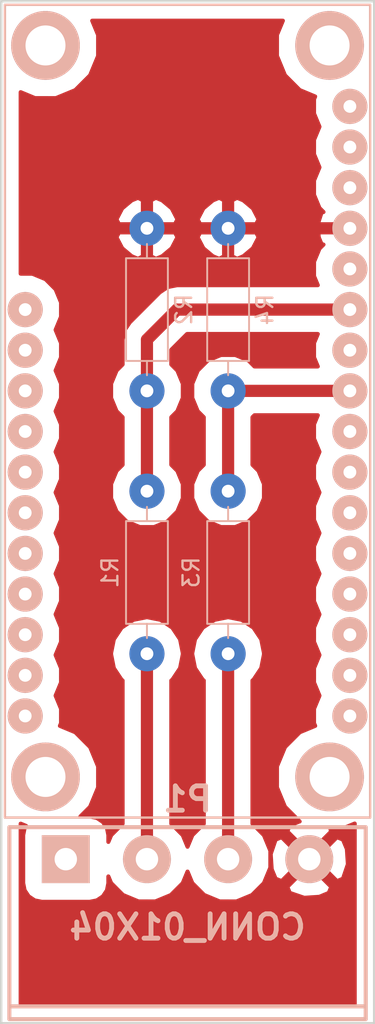
<source format=kicad_pcb>
(kicad_pcb (version 4) (host pcbnew "(2016-02-29 BZR 6601, Git bd80063)-product")

  (general
    (links 9)
    (no_connects 0)
    (area 137.262799 79.299999 160.755401 143.331001)
    (thickness 1.6)
    (drawings 4)
    (tracks 10)
    (zones 0)
    (modules 6)
    (nets 31)
  )

  (page A4)
  (layers
    (0 F.Cu signal)
    (31 B.Cu signal)
    (32 B.Adhes user)
    (33 F.Adhes user)
    (34 B.Paste user)
    (35 F.Paste user)
    (36 B.SilkS user)
    (37 F.SilkS user)
    (38 B.Mask user)
    (39 F.Mask user)
    (40 Dwgs.User user)
    (41 Cmts.User user)
    (42 Eco1.User user)
    (43 Eco2.User user)
    (44 Edge.Cuts user)
    (45 Margin user)
    (46 B.CrtYd user)
    (47 F.CrtYd user)
    (48 B.Fab user)
    (49 F.Fab user)
  )

  (setup
    (last_trace_width 0.762)
    (user_trace_width 0.381)
    (user_trace_width 0.508)
    (user_trace_width 0.762)
    (user_trace_width 1.016)
    (trace_clearance 0.2)
    (zone_clearance 1.016)
    (zone_45_only no)
    (trace_min 0.2)
    (segment_width 0.2)
    (edge_width 0.15)
    (via_size 0.6)
    (via_drill 0.4)
    (via_min_size 0.4)
    (via_min_drill 0.3)
    (uvia_size 0.3)
    (uvia_drill 0.1)
    (uvias_allowed no)
    (uvia_min_size 0.2)
    (uvia_min_drill 0.1)
    (pcb_text_width 0.3)
    (pcb_text_size 1.5 1.5)
    (mod_edge_width 0.15)
    (mod_text_size 1 1)
    (mod_text_width 0.15)
    (pad_size 4.3 4.3)
    (pad_drill 2.5)
    (pad_to_mask_clearance 0.2)
    (aux_axis_origin 0 0)
    (visible_elements FFFFFF7F)
    (pcbplotparams
      (layerselection 0x00030_ffffffff)
      (usegerberextensions false)
      (excludeedgelayer true)
      (linewidth 0.100000)
      (plotframeref false)
      (viasonmask false)
      (mode 1)
      (useauxorigin false)
      (hpglpennumber 1)
      (hpglpenspeed 20)
      (hpglpendiameter 15)
      (psnegative false)
      (psa4output false)
      (plotreference true)
      (plotvalue true)
      (plotinvisibletext false)
      (padsonsilk false)
      (subtractmaskfromsilk false)
      (outputformat 1)
      (mirror false)
      (drillshape 1)
      (scaleselection 1)
      (outputdirectory ""))
  )

  (net 0 "")
  (net 1 "Net-(P1-Pad1)")
  (net 2 SIG_YELLOW)
  (net 3 GND)
  (net 4 SIG_BLUE)
  (net 5 INPUT_YELLOW)
  (net 6 INPUT_BLUE)
  (net 7 "Net-(U1-Pad7)")
  (net 8 "Net-(U1-Pad3)")
  (net 9 "Net-(U1-Pad5)")
  (net 10 "Net-(U1-Pad2)")
  (net 11 "Net-(U1-Pad1)")
  (net 12 "Net-(U1-Pad9)")
  (net 13 "Net-(U1-Pad10)")
  (net 14 "Net-(U1-Pad11)")
  (net 15 "Net-(U1-Pad12)")
  (net 16 "Net-(U1-Pad13)")
  (net 17 "Net-(U1-Pad14)")
  (net 18 "Net-(U1-Pad15)")
  (net 19 "Net-(U1-Pad16)")
  (net 20 "Net-(U1-Pad17)")
  (net 21 "Net-(U1-Pad18)")
  (net 22 "Net-(U1-Pad19)")
  (net 23 "Net-(U1-Pad20)")
  (net 24 "Net-(U1-Pad21)")
  (net 25 "Net-(U1-Pad22)")
  (net 26 "Net-(U1-Pad23)")
  (net 27 "Net-(U1-Pad24)")
  (net 28 "Net-(U1-Pad25)")
  (net 29 "Net-(U1-Pad26)")
  (net 30 "Net-(U1-Pad27)")

  (net_class Default "This is the default net class."
    (clearance 0.2)
    (trace_width 0.25)
    (via_dia 0.6)
    (via_drill 0.4)
    (uvia_dia 0.3)
    (uvia_drill 0.1)
    (add_net GND)
    (add_net INPUT_BLUE)
    (add_net INPUT_YELLOW)
    (add_net "Net-(P1-Pad1)")
    (add_net "Net-(U1-Pad1)")
    (add_net "Net-(U1-Pad10)")
    (add_net "Net-(U1-Pad11)")
    (add_net "Net-(U1-Pad12)")
    (add_net "Net-(U1-Pad13)")
    (add_net "Net-(U1-Pad14)")
    (add_net "Net-(U1-Pad15)")
    (add_net "Net-(U1-Pad16)")
    (add_net "Net-(U1-Pad17)")
    (add_net "Net-(U1-Pad18)")
    (add_net "Net-(U1-Pad19)")
    (add_net "Net-(U1-Pad2)")
    (add_net "Net-(U1-Pad20)")
    (add_net "Net-(U1-Pad21)")
    (add_net "Net-(U1-Pad22)")
    (add_net "Net-(U1-Pad23)")
    (add_net "Net-(U1-Pad24)")
    (add_net "Net-(U1-Pad25)")
    (add_net "Net-(U1-Pad26)")
    (add_net "Net-(U1-Pad27)")
    (add_net "Net-(U1-Pad3)")
    (add_net "Net-(U1-Pad5)")
    (add_net "Net-(U1-Pad7)")
    (add_net "Net-(U1-Pad9)")
    (add_net SIG_BLUE)
    (add_net SIG_YELLOW)
  )

  (module w_conn_screw:mstba_2,5%2f4-g-5,08 (layer B.Cu) (tedit 0) (tstamp 5949BB4E)
    (at 149 133)
    (descr "Terminal block 2 pins, Phoenix MSTBA 2,5/4-G-5,08")
    (path /5949C02D)
    (fp_text reference P1 (at 0 -3.74904) (layer B.SilkS)
      (effects (font (thickness 0.3048)) (justify mirror))
    )
    (fp_text value CONN_01X04 (at 0 4.24942) (layer B.SilkS)
      (effects (font (thickness 0.3048)) (justify mirror))
    )
    (fp_line (start 11.1506 9.99998) (end -11.1506 9.99998) (layer B.SilkS) (width 0.254))
    (fp_line (start -11.1506 9.19988) (end 11.1506 9.19988) (layer B.SilkS) (width 0.254))
    (fp_line (start -11.1506 -1.99898) (end 11.1506 -1.99898) (layer B.SilkS) (width 0.254))
    (fp_line (start -11.1506 -1.99898) (end -11.1506 9.99998) (layer B.SilkS) (width 0.254))
    (fp_line (start 11.1506 -1.99898) (end 11.1506 9.99998) (layer B.SilkS) (width 0.254))
    (pad 1 thru_hole rect (at -7.62 0) (size 2.99974 2.99974) (drill 1.39954) (layers *.Cu *.Mask B.SilkS)
      (net 1 "Net-(P1-Pad1)"))
    (pad 2 thru_hole circle (at -2.54 0) (size 2.99974 2.99974) (drill 1.39954) (layers *.Cu *.Mask B.SilkS)
      (net 2 SIG_YELLOW))
    (pad 4 thru_hole circle (at 7.62 0) (size 2.99974 2.99974) (drill 1.39954) (layers *.Cu *.Mask B.SilkS)
      (net 3 GND))
    (pad 3 thru_hole circle (at 2.54 0) (size 2.99974 2.99974) (drill 1.39954) (layers *.Cu *.Mask B.SilkS)
      (net 4 SIG_BLUE))
    (model walter/conn_screw/mstba_2,5-4-g-5,08.wrl
      (at (xyz 0 0 0))
      (scale (xyz 1 1 1))
      (rotate (xyz 0 0 0))
    )
  )

  (module Resistors_ThroughHole:R_Axial_DIN0207_L6.3mm_D2.5mm_P10.16mm_Horizontal (layer B.Cu) (tedit 5949D129) (tstamp 5949BB64)
    (at 146.46 110 270)
    (descr "Resistor, Axial_DIN0207 series, Axial, Horizontal, pin pitch=10.16mm, 0.25W = 1/4W, length*diameter=6.3*2.5mm^2, http://cdn-reichelt.de/documents/datenblatt/B400/1_4W%23YAG.pdf")
    (tags "Resistor Axial_DIN0207 series Axial Horizontal pin pitch 10.16mm 0.25W = 1/4W length 6.3mm diameter 2.5mm")
    (path /59489725)
    (fp_text reference R1 (at 5.08 2.31 270) (layer B.SilkS)
      (effects (font (size 1 1) (thickness 0.15)) (justify mirror))
    )
    (fp_text value R (at 5.08 -2.31 270) (layer B.Fab)
      (effects (font (size 1 1) (thickness 0.15)) (justify mirror))
    )
    (fp_line (start 1.93 1.25) (end 1.93 -1.25) (layer B.Fab) (width 0.1))
    (fp_line (start 1.93 -1.25) (end 8.23 -1.25) (layer B.Fab) (width 0.1))
    (fp_line (start 8.23 -1.25) (end 8.23 1.25) (layer B.Fab) (width 0.1))
    (fp_line (start 8.23 1.25) (end 1.93 1.25) (layer B.Fab) (width 0.1))
    (fp_line (start 0 0) (end 1.93 0) (layer B.Fab) (width 0.1))
    (fp_line (start 10.16 0) (end 8.23 0) (layer B.Fab) (width 0.1))
    (fp_line (start 1.87 1.31) (end 1.87 -1.31) (layer B.SilkS) (width 0.12))
    (fp_line (start 1.87 -1.31) (end 8.29 -1.31) (layer B.SilkS) (width 0.12))
    (fp_line (start 8.29 -1.31) (end 8.29 1.31) (layer B.SilkS) (width 0.12))
    (fp_line (start 8.29 1.31) (end 1.87 1.31) (layer B.SilkS) (width 0.12))
    (fp_line (start 0.98 0) (end 1.87 0) (layer B.SilkS) (width 0.12))
    (fp_line (start 9.18 0) (end 8.29 0) (layer B.SilkS) (width 0.12))
    (fp_line (start -1.05 1.6) (end -1.05 -1.6) (layer B.CrtYd) (width 0.05))
    (fp_line (start -1.05 -1.6) (end 11.25 -1.6) (layer B.CrtYd) (width 0.05))
    (fp_line (start 11.25 -1.6) (end 11.25 1.6) (layer B.CrtYd) (width 0.05))
    (fp_line (start 11.25 1.6) (end -1.05 1.6) (layer B.CrtYd) (width 0.05))
    (pad 1 thru_hole circle (at 0 0 270) (size 2.2 2.2) (drill 0.8) (layers *.Cu *.Mask)
      (net 5 INPUT_YELLOW))
    (pad 2 thru_hole oval (at 10.16 0 270) (size 2.2 2.2) (drill 0.8) (layers *.Cu *.Mask)
      (net 2 SIG_YELLOW))
    (model Resistors_THT.3dshapes/R_Axial_DIN0207_L6.3mm_D2.5mm_P10.16mm_Horizontal.wrl
      (at (xyz 0 0 0))
      (scale (xyz 0.393701 0.393701 0.393701))
      (rotate (xyz 0 0 0))
    )
  )

  (module Resistors_ThroughHole:R_Axial_DIN0207_L6.3mm_D2.5mm_P10.16mm_Horizontal (layer B.Cu) (tedit 5949D11F) (tstamp 5949BB7A)
    (at 146.46 103.73 90)
    (descr "Resistor, Axial_DIN0207 series, Axial, Horizontal, pin pitch=10.16mm, 0.25W = 1/4W, length*diameter=6.3*2.5mm^2, http://cdn-reichelt.de/documents/datenblatt/B400/1_4W%23YAG.pdf")
    (tags "Resistor Axial_DIN0207 series Axial Horizontal pin pitch 10.16mm 0.25W = 1/4W length 6.3mm diameter 2.5mm")
    (path /594897A1)
    (fp_text reference R2 (at 5.08 2.31 90) (layer B.SilkS)
      (effects (font (size 1 1) (thickness 0.15)) (justify mirror))
    )
    (fp_text value R (at 5.08 -2.31 90) (layer B.Fab)
      (effects (font (size 1 1) (thickness 0.15)) (justify mirror))
    )
    (fp_line (start 1.93 1.25) (end 1.93 -1.25) (layer B.Fab) (width 0.1))
    (fp_line (start 1.93 -1.25) (end 8.23 -1.25) (layer B.Fab) (width 0.1))
    (fp_line (start 8.23 -1.25) (end 8.23 1.25) (layer B.Fab) (width 0.1))
    (fp_line (start 8.23 1.25) (end 1.93 1.25) (layer B.Fab) (width 0.1))
    (fp_line (start 0 0) (end 1.93 0) (layer B.Fab) (width 0.1))
    (fp_line (start 10.16 0) (end 8.23 0) (layer B.Fab) (width 0.1))
    (fp_line (start 1.87 1.31) (end 1.87 -1.31) (layer B.SilkS) (width 0.12))
    (fp_line (start 1.87 -1.31) (end 8.29 -1.31) (layer B.SilkS) (width 0.12))
    (fp_line (start 8.29 -1.31) (end 8.29 1.31) (layer B.SilkS) (width 0.12))
    (fp_line (start 8.29 1.31) (end 1.87 1.31) (layer B.SilkS) (width 0.12))
    (fp_line (start 0.98 0) (end 1.87 0) (layer B.SilkS) (width 0.12))
    (fp_line (start 9.18 0) (end 8.29 0) (layer B.SilkS) (width 0.12))
    (fp_line (start -1.05 1.6) (end -1.05 -1.6) (layer B.CrtYd) (width 0.05))
    (fp_line (start -1.05 -1.6) (end 11.25 -1.6) (layer B.CrtYd) (width 0.05))
    (fp_line (start 11.25 -1.6) (end 11.25 1.6) (layer B.CrtYd) (width 0.05))
    (fp_line (start 11.25 1.6) (end -1.05 1.6) (layer B.CrtYd) (width 0.05))
    (pad 1 thru_hole circle (at 0 0 90) (size 2.2 2.2) (drill 0.8) (layers *.Cu *.Mask)
      (net 5 INPUT_YELLOW))
    (pad 2 thru_hole oval (at 10.16 0 90) (size 2.2 2.2) (drill 0.8) (layers *.Cu *.Mask)
      (net 3 GND))
    (model Resistors_THT.3dshapes/R_Axial_DIN0207_L6.3mm_D2.5mm_P10.16mm_Horizontal.wrl
      (at (xyz 0 0 0))
      (scale (xyz 0.393701 0.393701 0.393701))
      (rotate (xyz 0 0 0))
    )
  )

  (module Resistors_ThroughHole:R_Axial_DIN0207_L6.3mm_D2.5mm_P10.16mm_Horizontal (layer B.Cu) (tedit 5949D132) (tstamp 5949BB90)
    (at 151.54 110 270)
    (descr "Resistor, Axial_DIN0207 series, Axial, Horizontal, pin pitch=10.16mm, 0.25W = 1/4W, length*diameter=6.3*2.5mm^2, http://cdn-reichelt.de/documents/datenblatt/B400/1_4W%23YAG.pdf")
    (tags "Resistor Axial_DIN0207 series Axial Horizontal pin pitch 10.16mm 0.25W = 1/4W length 6.3mm diameter 2.5mm")
    (path /5949BBA9)
    (fp_text reference R3 (at 5.08 2.31 270) (layer B.SilkS)
      (effects (font (size 1 1) (thickness 0.15)) (justify mirror))
    )
    (fp_text value R (at 5.08 -2.31 270) (layer B.Fab)
      (effects (font (size 1 1) (thickness 0.15)) (justify mirror))
    )
    (fp_line (start 1.93 1.25) (end 1.93 -1.25) (layer B.Fab) (width 0.1))
    (fp_line (start 1.93 -1.25) (end 8.23 -1.25) (layer B.Fab) (width 0.1))
    (fp_line (start 8.23 -1.25) (end 8.23 1.25) (layer B.Fab) (width 0.1))
    (fp_line (start 8.23 1.25) (end 1.93 1.25) (layer B.Fab) (width 0.1))
    (fp_line (start 0 0) (end 1.93 0) (layer B.Fab) (width 0.1))
    (fp_line (start 10.16 0) (end 8.23 0) (layer B.Fab) (width 0.1))
    (fp_line (start 1.87 1.31) (end 1.87 -1.31) (layer B.SilkS) (width 0.12))
    (fp_line (start 1.87 -1.31) (end 8.29 -1.31) (layer B.SilkS) (width 0.12))
    (fp_line (start 8.29 -1.31) (end 8.29 1.31) (layer B.SilkS) (width 0.12))
    (fp_line (start 8.29 1.31) (end 1.87 1.31) (layer B.SilkS) (width 0.12))
    (fp_line (start 0.98 0) (end 1.87 0) (layer B.SilkS) (width 0.12))
    (fp_line (start 9.18 0) (end 8.29 0) (layer B.SilkS) (width 0.12))
    (fp_line (start -1.05 1.6) (end -1.05 -1.6) (layer B.CrtYd) (width 0.05))
    (fp_line (start -1.05 -1.6) (end 11.25 -1.6) (layer B.CrtYd) (width 0.05))
    (fp_line (start 11.25 -1.6) (end 11.25 1.6) (layer B.CrtYd) (width 0.05))
    (fp_line (start 11.25 1.6) (end -1.05 1.6) (layer B.CrtYd) (width 0.05))
    (pad 1 thru_hole circle (at 0 0 270) (size 2.2 2.2) (drill 0.8) (layers *.Cu *.Mask)
      (net 6 INPUT_BLUE))
    (pad 2 thru_hole oval (at 10.16 0 270) (size 2.2 2.2) (drill 0.8) (layers *.Cu *.Mask)
      (net 4 SIG_BLUE))
    (model Resistors_THT.3dshapes/R_Axial_DIN0207_L6.3mm_D2.5mm_P10.16mm_Horizontal.wrl
      (at (xyz 0 0 0))
      (scale (xyz 0.393701 0.393701 0.393701))
      (rotate (xyz 0 0 0))
    )
  )

  (module Resistors_ThroughHole:R_Axial_DIN0207_L6.3mm_D2.5mm_P10.16mm_Horizontal (layer B.Cu) (tedit 5949D13D) (tstamp 5949BBA6)
    (at 151.54 103.73 90)
    (descr "Resistor, Axial_DIN0207 series, Axial, Horizontal, pin pitch=10.16mm, 0.25W = 1/4W, length*diameter=6.3*2.5mm^2, http://cdn-reichelt.de/documents/datenblatt/B400/1_4W%23YAG.pdf")
    (tags "Resistor Axial_DIN0207 series Axial Horizontal pin pitch 10.16mm 0.25W = 1/4W length 6.3mm diameter 2.5mm")
    (path /5949BBAF)
    (fp_text reference R4 (at 5.08 2.31 90) (layer B.SilkS)
      (effects (font (size 1 1) (thickness 0.15)) (justify mirror))
    )
    (fp_text value R (at 5.08 -2.31 90) (layer B.Fab)
      (effects (font (size 1 1) (thickness 0.15)) (justify mirror))
    )
    (fp_line (start 1.93 1.25) (end 1.93 -1.25) (layer B.Fab) (width 0.1))
    (fp_line (start 1.93 -1.25) (end 8.23 -1.25) (layer B.Fab) (width 0.1))
    (fp_line (start 8.23 -1.25) (end 8.23 1.25) (layer B.Fab) (width 0.1))
    (fp_line (start 8.23 1.25) (end 1.93 1.25) (layer B.Fab) (width 0.1))
    (fp_line (start 0 0) (end 1.93 0) (layer B.Fab) (width 0.1))
    (fp_line (start 10.16 0) (end 8.23 0) (layer B.Fab) (width 0.1))
    (fp_line (start 1.87 1.31) (end 1.87 -1.31) (layer B.SilkS) (width 0.12))
    (fp_line (start 1.87 -1.31) (end 8.29 -1.31) (layer B.SilkS) (width 0.12))
    (fp_line (start 8.29 -1.31) (end 8.29 1.31) (layer B.SilkS) (width 0.12))
    (fp_line (start 8.29 1.31) (end 1.87 1.31) (layer B.SilkS) (width 0.12))
    (fp_line (start 0.98 0) (end 1.87 0) (layer B.SilkS) (width 0.12))
    (fp_line (start 9.18 0) (end 8.29 0) (layer B.SilkS) (width 0.12))
    (fp_line (start -1.05 1.6) (end -1.05 -1.6) (layer B.CrtYd) (width 0.05))
    (fp_line (start -1.05 -1.6) (end 11.25 -1.6) (layer B.CrtYd) (width 0.05))
    (fp_line (start 11.25 -1.6) (end 11.25 1.6) (layer B.CrtYd) (width 0.05))
    (fp_line (start 11.25 1.6) (end -1.05 1.6) (layer B.CrtYd) (width 0.05))
    (pad 1 thru_hole circle (at 0 0 90) (size 2.2 2.2) (drill 0.8) (layers *.Cu *.Mask)
      (net 6 INPUT_BLUE))
    (pad 2 thru_hole oval (at 10.16 0 90) (size 2.2 2.2) (drill 0.8) (layers *.Cu *.Mask)
      (net 3 GND))
    (model Resistors_THT.3dshapes/R_Axial_DIN0207_L6.3mm_D2.5mm_P10.16mm_Horizontal.wrl
      (at (xyz 0 0 0))
      (scale (xyz 0.393701 0.393701 0.393701))
      (rotate (xyz 0 0 0))
    )
  )

  (module Feather:FEATHER32U4BLE (layer B.Cu) (tedit 5949D15B) (tstamp 5949BBCD)
    (at 149 105 180)
    (path /59488187)
    (fp_text reference U1 (at 0 -1.905 180) (layer B.SilkS) hide
      (effects (font (size 1 1) (thickness 0.15)) (justify mirror))
    )
    (fp_text value FEATHER_32U4_BLE (at 0 0 180) (layer B.SilkS) hide
      (effects (font (size 1 1) (thickness 0.15)) (justify mirror))
    )
    (fp_line (start -11.43 25.4) (end 11.43 25.4) (layer B.SilkS) (width 0.15))
    (fp_line (start -11.43 25.4) (end -11.43 -25.4) (layer B.SilkS) (width 0.15))
    (fp_line (start 11.43 25.4) (end 11.43 -25.4) (layer B.SilkS) (width 0.15))
    (fp_line (start -11.43 -25.4) (end 11.43 -25.4) (layer B.SilkS) (width 0.15))
    (pad "" thru_hole circle (at 8.89 -22.86 180) (size 4.3 4.3) (drill 2.5) (layers *.Cu *.Mask B.SilkS))
    (pad "" thru_hole circle (at -8.89 -22.86 180) (size 4.3 4.3) (drill 2.5) (layers *.Cu *.Mask B.SilkS))
    (pad "" thru_hole circle (at 8.89 22.86 180) (size 4.3 4.3) (drill 2.5) (layers *.Cu *.Mask B.SilkS))
    (pad 6 thru_hole circle (at -10.16 6.35 180) (size 2.2 2.2) (drill 0.8) (layers *.Cu *.Mask B.SilkS)
      (net 5 INPUT_YELLOW))
    (pad 7 thru_hole circle (at -10.16 3.81 180) (size 2.2 2.2) (drill 0.8) (layers *.Cu *.Mask B.SilkS)
      (net 7 "Net-(U1-Pad7)"))
    (pad 3 thru_hole circle (at -10.16 13.97 180) (size 2.2 2.2) (drill 0.8) (layers *.Cu *.Mask B.SilkS)
      (net 8 "Net-(U1-Pad3)"))
    (pad 4 thru_hole circle (at -10.16 11.43 180) (size 2.2 2.2) (drill 0.8) (layers *.Cu *.Mask B.SilkS)
      (net 3 GND))
    (pad 5 thru_hole circle (at -10.16 8.89 180) (size 2.2 2.2) (drill 0.8) (layers *.Cu *.Mask B.SilkS)
      (net 9 "Net-(U1-Pad5)"))
    (pad 8 thru_hole circle (at -10.16 1.27 180) (size 2.2 2.2) (drill 0.8) (layers *.Cu *.Mask B.SilkS)
      (net 6 INPUT_BLUE))
    (pad 2 thru_hole circle (at -10.16 16.51 180) (size 2.2 2.2) (drill 0.8) (layers *.Cu *.Mask B.SilkS)
      (net 10 "Net-(U1-Pad2)"))
    (pad 1 thru_hole circle (at -10.16 19.05 180) (size 2.2 2.2) (drill 0.8) (layers *.Cu *.Mask B.SilkS)
      (net 11 "Net-(U1-Pad1)"))
    (pad 9 thru_hole circle (at -10.16 -1.27 180) (size 2.2 2.2) (drill 0.8) (layers *.Cu *.Mask B.SilkS)
      (net 12 "Net-(U1-Pad9)"))
    (pad 10 thru_hole circle (at -10.16 -3.81 180) (size 2.2 2.2) (drill 0.8) (layers *.Cu *.Mask B.SilkS)
      (net 13 "Net-(U1-Pad10)"))
    (pad 11 thru_hole circle (at -10.16 -6.35 180) (size 2.2 2.2) (drill 0.8) (layers *.Cu *.Mask B.SilkS)
      (net 14 "Net-(U1-Pad11)"))
    (pad 12 thru_hole circle (at -10.16 -8.89 180) (size 2.2 2.2) (drill 0.8) (layers *.Cu *.Mask B.SilkS)
      (net 15 "Net-(U1-Pad12)"))
    (pad 13 thru_hole circle (at -10.16 -11.43 180) (size 2.2 2.2) (drill 0.8) (layers *.Cu *.Mask B.SilkS)
      (net 16 "Net-(U1-Pad13)"))
    (pad 14 thru_hole circle (at -10.16 -13.97 180) (size 2.2 2.2) (drill 0.8) (layers *.Cu *.Mask B.SilkS)
      (net 17 "Net-(U1-Pad14)"))
    (pad 15 thru_hole circle (at -10.16 -16.51 180) (size 2.2 2.2) (drill 0.8) (layers *.Cu *.Mask B.SilkS)
      (net 18 "Net-(U1-Pad15)"))
    (pad 16 thru_hole circle (at -10.16 -19.05 180) (size 2.2 2.2) (drill 0.8) (layers *.Cu *.Mask B.SilkS)
      (net 19 "Net-(U1-Pad16)"))
    (pad 17 thru_hole circle (at 10.16 -19.05 180) (size 2.2 2.2) (drill 0.8) (layers *.Cu *.Mask B.SilkS)
      (net 20 "Net-(U1-Pad17)"))
    (pad 18 thru_hole circle (at 10.16 -16.51 180) (size 2.2 2.2) (drill 0.8) (layers *.Cu *.Mask B.SilkS)
      (net 21 "Net-(U1-Pad18)"))
    (pad 19 thru_hole circle (at 10.16 -13.97 180) (size 2.2 2.2) (drill 0.8) (layers *.Cu *.Mask B.SilkS)
      (net 22 "Net-(U1-Pad19)"))
    (pad 20 thru_hole circle (at 10.16 -11.43 180) (size 2.2 2.2) (drill 0.8) (layers *.Cu *.Mask B.SilkS)
      (net 23 "Net-(U1-Pad20)"))
    (pad 21 thru_hole circle (at 10.16 -8.89 180) (size 2.2 2.2) (drill 0.8) (layers *.Cu *.Mask B.SilkS)
      (net 24 "Net-(U1-Pad21)"))
    (pad 22 thru_hole circle (at 10.16 -6.35 180) (size 2.2 2.2) (drill 0.8) (layers *.Cu *.Mask B.SilkS)
      (net 25 "Net-(U1-Pad22)"))
    (pad 23 thru_hole circle (at 10.16 -3.81 180) (size 2.2 2.2) (drill 0.8) (layers *.Cu *.Mask B.SilkS)
      (net 26 "Net-(U1-Pad23)"))
    (pad 24 thru_hole circle (at 10.16 -1.27 180) (size 2.2 2.2) (drill 0.8) (layers *.Cu *.Mask B.SilkS)
      (net 27 "Net-(U1-Pad24)"))
    (pad 25 thru_hole circle (at 10.16 1.27 180) (size 2.2 2.2) (drill 0.8) (layers *.Cu *.Mask B.SilkS)
      (net 28 "Net-(U1-Pad25)"))
    (pad 26 thru_hole circle (at 10.16 3.81 180) (size 2.2 2.2) (drill 0.8) (layers *.Cu *.Mask B.SilkS)
      (net 29 "Net-(U1-Pad26)"))
    (pad 27 thru_hole circle (at 10.16 6.35 180) (size 2.2 2.2) (drill 0.8) (layers *.Cu *.Mask B.SilkS)
      (net 30 "Net-(U1-Pad27)"))
    (pad "" thru_hole circle (at -8.89 22.86 180) (size 4.3 4.3) (drill 2.5) (layers *.Cu *.Mask B.SilkS))
  )

  (gr_line (start 137.3378 143.256) (end 137.3378 79.375) (angle 90) (layer Edge.Cuts) (width 0.15))
  (gr_line (start 160.6804 143.256) (end 137.3378 143.256) (angle 90) (layer Edge.Cuts) (width 0.15))
  (gr_line (start 160.6804 79.375) (end 160.6804 143.256) (angle 90) (layer Edge.Cuts) (width 0.15))
  (gr_line (start 137.3378 79.375) (end 160.6804 79.375) (angle 90) (layer Edge.Cuts) (width 0.15))

  (segment (start 146.46 133) (end 146.46 120.16) (width 0.762) (layer F.Cu) (net 2) (status C00000))
  (segment (start 151.54 93.57) (end 159.16 93.57) (width 0.762) (layer F.Cu) (net 3) (status C00000))
  (segment (start 146.46 93.57) (end 151.54 93.57) (width 0.762) (layer F.Cu) (net 3))
  (segment (start 151.54 133) (end 151.54 120.16) (width 0.762) (layer F.Cu) (net 4) (status C00000))
  (segment (start 146.46 110) (end 146.46 103.73) (width 0.762) (layer F.Cu) (net 5) (status C00000))
  (segment (start 159.16 98.65) (end 148.3396 98.65) (width 0.762) (layer F.Cu) (net 5) (status 400000))
  (segment (start 146.46 100.5296) (end 146.46 103.73) (width 0.762) (layer F.Cu) (net 5) (tstamp 5949D8FE) (status 800000))
  (segment (start 148.3396 98.65) (end 146.46 100.5296) (width 0.762) (layer F.Cu) (net 5) (tstamp 5949D8FD))
  (segment (start 151.54 110) (end 151.54 103.73) (width 0.762) (layer F.Cu) (net 6) (status C00000))
  (segment (start 151.54 103.73) (end 159.16 103.73) (width 0.762) (layer F.Cu) (net 6) (status C00000))

  (zone (net 3) (net_name GND) (layer F.Cu) (tstamp 5949BEDA) (hatch edge 0.508)
    (connect_pads (clearance 1.016))
    (min_thickness 0.254)
    (fill yes (arc_segments 16) (thermal_gap 0.762) (thermal_bridge_width 0.762))
    (polygon
      (pts
        (xy 137.4394 79.4766) (xy 160.5788 79.4766) (xy 160.5788 143.1544) (xy 137.4394 143.1544)
      )
    )
    (filled_polygon
      (pts
        (xy 154.597573 81.482108) (xy 154.596429 82.792145) (xy 155.096702 84.002898) (xy 156.02223 84.930042) (xy 156.988273 85.331178)
        (xy 156.91739 85.501882) (xy 156.916611 86.394203) (xy 157.257368 87.218898) (xy 157.258608 87.22014) (xy 156.91739 88.041882)
        (xy 156.916611 88.934203) (xy 157.257368 89.758898) (xy 157.258608 89.76014) (xy 156.91739 90.581882) (xy 156.916611 91.474203)
        (xy 157.257368 92.298898) (xy 157.50997 92.55194) (xy 157.382961 92.592868) (xy 157.144298 93.34729) (xy 157.212507 94.135618)
        (xy 157.382961 94.547132) (xy 157.509801 94.588005) (xy 157.259586 94.837784) (xy 156.91739 95.661882) (xy 156.916611 96.554203)
        (xy 157.152873 97.126) (xy 148.339605 97.126) (xy 148.3396 97.125999) (xy 147.756391 97.242007) (xy 147.261969 97.572369)
        (xy 145.382369 99.451969) (xy 145.052008 99.94639) (xy 144.936 100.5296) (xy 144.936 102.082026) (xy 144.559586 102.457784)
        (xy 144.21739 103.281882) (xy 144.216611 104.174203) (xy 144.557368 104.998898) (xy 144.936 105.378191) (xy 144.936 108.352026)
        (xy 144.559586 108.727784) (xy 144.21739 109.551882) (xy 144.216611 110.444203) (xy 144.557368 111.268898) (xy 145.187784 111.900414)
        (xy 146.011882 112.24261) (xy 146.904203 112.243389) (xy 147.728898 111.902632) (xy 148.360414 111.272216) (xy 148.70261 110.448118)
        (xy 148.703389 109.555797) (xy 148.362632 108.731102) (xy 147.984 108.351809) (xy 147.984 105.377974) (xy 148.360414 105.002216)
        (xy 148.70261 104.178118) (xy 148.703389 103.285797) (xy 148.362632 102.461102) (xy 147.984 102.081809) (xy 147.984 101.160862)
        (xy 148.970862 100.174) (xy 157.153196 100.174) (xy 156.91739 100.741882) (xy 156.916611 101.634203) (xy 157.152873 102.206)
        (xy 153.187974 102.206) (xy 152.812216 101.829586) (xy 151.988118 101.48739) (xy 151.095797 101.486611) (xy 150.271102 101.827368)
        (xy 149.639586 102.457784) (xy 149.29739 103.281882) (xy 149.296611 104.174203) (xy 149.637368 104.998898) (xy 150.016 105.378191)
        (xy 150.016 108.352026) (xy 149.639586 108.727784) (xy 149.29739 109.551882) (xy 149.296611 110.444203) (xy 149.637368 111.268898)
        (xy 150.267784 111.900414) (xy 151.091882 112.24261) (xy 151.984203 112.243389) (xy 152.808898 111.902632) (xy 153.440414 111.272216)
        (xy 153.78261 110.448118) (xy 153.783389 109.555797) (xy 153.442632 108.731102) (xy 153.064 108.351809) (xy 153.064 105.377974)
        (xy 153.188191 105.254) (xy 157.153196 105.254) (xy 156.91739 105.821882) (xy 156.916611 106.714203) (xy 157.257368 107.538898)
        (xy 157.258608 107.54014) (xy 156.91739 108.361882) (xy 156.916611 109.254203) (xy 157.257368 110.078898) (xy 157.258608 110.08014)
        (xy 156.91739 110.901882) (xy 156.916611 111.794203) (xy 157.257368 112.618898) (xy 157.258608 112.62014) (xy 156.91739 113.441882)
        (xy 156.916611 114.334203) (xy 157.257368 115.158898) (xy 157.258608 115.16014) (xy 156.91739 115.981882) (xy 156.916611 116.874203)
        (xy 157.257368 117.698898) (xy 157.258608 117.70014) (xy 156.91739 118.521882) (xy 156.916611 119.414203) (xy 157.257368 120.238898)
        (xy 157.258608 120.24014) (xy 156.91739 121.061882) (xy 156.916611 121.954203) (xy 157.257368 122.778898) (xy 157.258608 122.78014)
        (xy 156.91739 123.601882) (xy 156.916611 124.494203) (xy 156.988949 124.669275) (xy 156.027102 125.066702) (xy 155.099958 125.99223)
        (xy 154.597573 127.202108) (xy 154.596429 128.512145) (xy 155.096702 129.722898) (xy 156.017575 130.645379) (xy 155.990182 130.647168)
        (xy 155.401644 130.890947) (xy 155.244819 131.265609) (xy 156.62 132.64079) (xy 157.995181 131.265609) (xy 157.948067 131.153052)
        (xy 158.542145 131.153571) (xy 159.4624 130.773329) (xy 159.4624 142.038) (xy 138.5558 142.038) (xy 138.5558 130.780248)
        (xy 138.892929 130.920236) (xy 138.803448 131.054154) (xy 138.714738 131.50013) (xy 138.714738 134.49987) (xy 138.803448 134.945846)
        (xy 139.056073 135.323927) (xy 139.434154 135.576552) (xy 139.88013 135.665262) (xy 142.87987 135.665262) (xy 143.325846 135.576552)
        (xy 143.703927 135.323927) (xy 143.956552 134.945846) (xy 144.045262 134.49987) (xy 144.045262 134.076623) (xy 144.218177 134.49511)
        (xy 144.96098 135.23921) (xy 145.931994 135.64241) (xy 146.983393 135.643328) (xy 147.95511 135.241823) (xy 148.69921 134.49902)
        (xy 149.000242 133.774053) (xy 149.298177 134.49511) (xy 150.04098 135.23921) (xy 151.011994 135.64241) (xy 152.063393 135.643328)
        (xy 153.03511 135.241823) (xy 153.543428 134.734391) (xy 155.244819 134.734391) (xy 155.401644 135.109053) (xy 156.301486 135.414755)
        (xy 157.249818 135.352832) (xy 157.838356 135.109053) (xy 157.995181 134.734391) (xy 156.62 133.35921) (xy 155.244819 134.734391)
        (xy 153.543428 134.734391) (xy 153.77921 134.49902) (xy 154.18241 133.528006) (xy 154.183149 132.681486) (xy 154.205245 132.681486)
        (xy 154.267168 133.629818) (xy 154.510947 134.218356) (xy 154.885609 134.375181) (xy 156.26079 133) (xy 156.97921 133)
        (xy 158.354391 134.375181) (xy 158.729053 134.218356) (xy 159.034755 133.318514) (xy 158.972832 132.370182) (xy 158.729053 131.781644)
        (xy 158.354391 131.624819) (xy 156.97921 133) (xy 156.26079 133) (xy 154.885609 131.624819) (xy 154.510947 131.781644)
        (xy 154.205245 132.681486) (xy 154.183149 132.681486) (xy 154.183328 132.476607) (xy 153.781823 131.50489) (xy 153.064 130.785814)
        (xy 153.064 121.831438) (xy 153.126041 121.789984) (xy 153.612262 121.062302) (xy 153.783 120.203943) (xy 153.783 120.116057)
        (xy 153.612262 119.257698) (xy 153.126041 118.530016) (xy 152.398359 118.043795) (xy 151.54 117.873057) (xy 150.681641 118.043795)
        (xy 149.953959 118.530016) (xy 149.467738 119.257698) (xy 149.297 120.116057) (xy 149.297 120.203943) (xy 149.467738 121.062302)
        (xy 149.953959 121.789984) (xy 150.016 121.831438) (xy 150.016 130.787017) (xy 149.30079 131.50098) (xy 148.999758 132.225947)
        (xy 148.701823 131.50489) (xy 147.984 130.785814) (xy 147.984 121.831438) (xy 148.046041 121.789984) (xy 148.532262 121.062302)
        (xy 148.703 120.203943) (xy 148.703 120.116057) (xy 148.532262 119.257698) (xy 148.046041 118.530016) (xy 147.318359 118.043795)
        (xy 146.46 117.873057) (xy 145.601641 118.043795) (xy 144.873959 118.530016) (xy 144.387738 119.257698) (xy 144.217 120.116057)
        (xy 144.217 120.203943) (xy 144.387738 121.062302) (xy 144.873959 121.789984) (xy 144.936 121.831438) (xy 144.936 130.787017)
        (xy 144.22079 131.50098) (xy 144.045262 131.923699) (xy 144.045262 131.50013) (xy 143.956552 131.054154) (xy 143.703927 130.676073)
        (xy 143.325846 130.423448) (xy 142.87987 130.334738) (xy 142.292014 130.334738) (xy 142.900042 129.72777) (xy 143.402427 128.517892)
        (xy 143.403571 127.207855) (xy 142.903298 125.997102) (xy 141.97777 125.069958) (xy 141.011727 124.668822) (xy 141.08261 124.498118)
        (xy 141.083389 123.605797) (xy 140.742632 122.781102) (xy 140.741392 122.77986) (xy 141.08261 121.958118) (xy 141.083389 121.065797)
        (xy 140.742632 120.241102) (xy 140.741392 120.23986) (xy 141.08261 119.418118) (xy 141.083389 118.525797) (xy 140.742632 117.701102)
        (xy 140.741392 117.69986) (xy 141.08261 116.878118) (xy 141.083389 115.985797) (xy 140.742632 115.161102) (xy 140.741392 115.15986)
        (xy 141.08261 114.338118) (xy 141.083389 113.445797) (xy 140.742632 112.621102) (xy 140.741392 112.61986) (xy 141.08261 111.798118)
        (xy 141.083389 110.905797) (xy 140.742632 110.081102) (xy 140.741392 110.07986) (xy 141.08261 109.258118) (xy 141.083389 108.365797)
        (xy 140.742632 107.541102) (xy 140.741392 107.53986) (xy 141.08261 106.718118) (xy 141.083389 105.825797) (xy 140.742632 105.001102)
        (xy 140.741392 104.99986) (xy 141.08261 104.178118) (xy 141.083389 103.285797) (xy 140.742632 102.461102) (xy 140.741392 102.45986)
        (xy 141.08261 101.638118) (xy 141.083389 100.745797) (xy 140.742632 99.921102) (xy 140.741392 99.91986) (xy 141.08261 99.098118)
        (xy 141.083389 98.205797) (xy 140.742632 97.381102) (xy 140.112216 96.749586) (xy 139.288118 96.40739) (xy 138.5558 96.406751)
        (xy 138.5558 94.129476) (xy 144.551292 94.129476) (xy 144.910686 94.817319) (xy 145.505949 95.315269) (xy 145.900527 95.478693)
        (xy 146.206 95.318396) (xy 146.206 93.824) (xy 146.714 93.824) (xy 146.714 95.318396) (xy 147.019473 95.478693)
        (xy 147.414051 95.315269) (xy 148.009314 94.817319) (xy 148.368708 94.129476) (xy 149.631292 94.129476) (xy 149.990686 94.817319)
        (xy 150.585949 95.315269) (xy 150.980527 95.478693) (xy 151.286 95.318396) (xy 151.286 93.824) (xy 151.794 93.824)
        (xy 151.794 95.318396) (xy 152.099473 95.478693) (xy 152.494051 95.315269) (xy 153.089314 94.817319) (xy 153.448708 94.129476)
        (xy 153.29048 93.824) (xy 151.794 93.824) (xy 151.286 93.824) (xy 149.78952 93.824) (xy 149.631292 94.129476)
        (xy 148.368708 94.129476) (xy 148.21048 93.824) (xy 146.714 93.824) (xy 146.206 93.824) (xy 144.70952 93.824)
        (xy 144.551292 94.129476) (xy 138.5558 94.129476) (xy 138.5558 93.010524) (xy 144.551292 93.010524) (xy 144.70952 93.316)
        (xy 146.206 93.316) (xy 146.206 91.821604) (xy 146.714 91.821604) (xy 146.714 93.316) (xy 148.21048 93.316)
        (xy 148.368708 93.010524) (xy 149.631292 93.010524) (xy 149.78952 93.316) (xy 151.286 93.316) (xy 151.286 91.821604)
        (xy 151.794 91.821604) (xy 151.794 93.316) (xy 153.29048 93.316) (xy 153.448708 93.010524) (xy 153.089314 92.322681)
        (xy 152.494051 91.824731) (xy 152.099473 91.661307) (xy 151.794 91.821604) (xy 151.286 91.821604) (xy 150.980527 91.661307)
        (xy 150.585949 91.824731) (xy 149.990686 92.322681) (xy 149.631292 93.010524) (xy 148.368708 93.010524) (xy 148.009314 92.322681)
        (xy 147.414051 91.824731) (xy 147.019473 91.661307) (xy 146.714 91.821604) (xy 146.206 91.821604) (xy 145.900527 91.661307)
        (xy 145.505949 91.824731) (xy 144.910686 92.322681) (xy 144.551292 93.010524) (xy 138.5558 93.010524) (xy 138.5558 85.060248)
        (xy 139.452108 85.432427) (xy 140.762145 85.433571) (xy 141.972898 84.933298) (xy 142.900042 84.00777) (xy 143.402427 82.797892)
        (xy 143.403571 81.487855) (xy 143.033824 80.593) (xy 154.966763 80.593)
      )
    )
    (filled_polygon
      (pts
        (xy 159.250575 93.27308) (xy 159.4624 93.484905) (xy 159.4624 93.655095) (xy 159.250417 93.867078) (xy 159.069425 93.86692)
        (xy 158.786648 93.584143) (xy 158.80079 93.57) (xy 158.786648 93.555858) (xy 159.069583 93.272922)
      )
    )
  )
)

</source>
